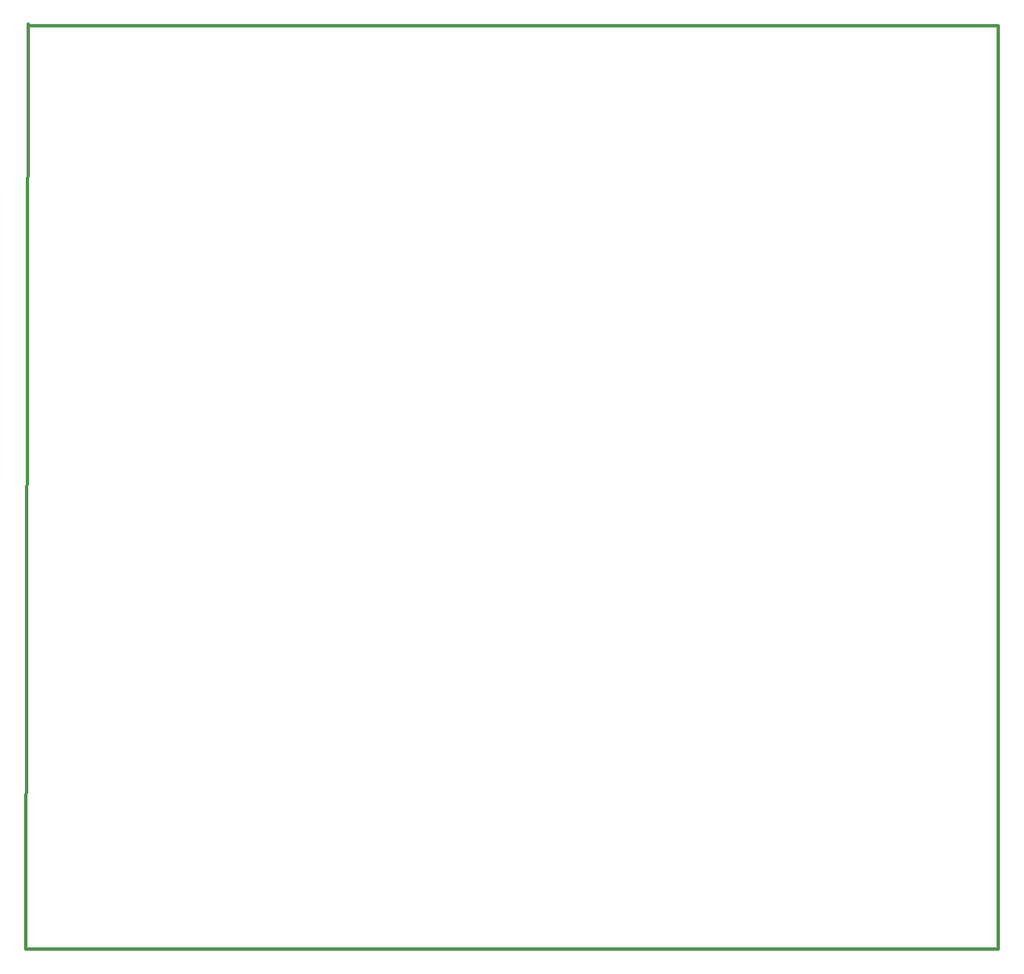
<source format=gm1>
G04*
G04 #@! TF.GenerationSoftware,Altium Limited,Altium Designer,20.1.12 (249)*
G04*
G04 Layer_Color=16711935*
%FSTAX24Y24*%
%MOIN*%
G70*
G04*
G04 #@! TF.SameCoordinates,3ECB986E-075F-4DB5-9EE9-704FFB054EE1*
G04*
G04*
G04 #@! TF.FilePolarity,Positive*
G04*
G01*
G75*
%ADD57C,0.0120*%
D57*
X014852Y0109D02*
X01495Y048D01*
X014852Y0109D02*
X05345D01*
X05385D01*
Y04795D01*
X015D02*
X05385D01*
X01495Y048D02*
X015Y04795D01*
M02*

</source>
